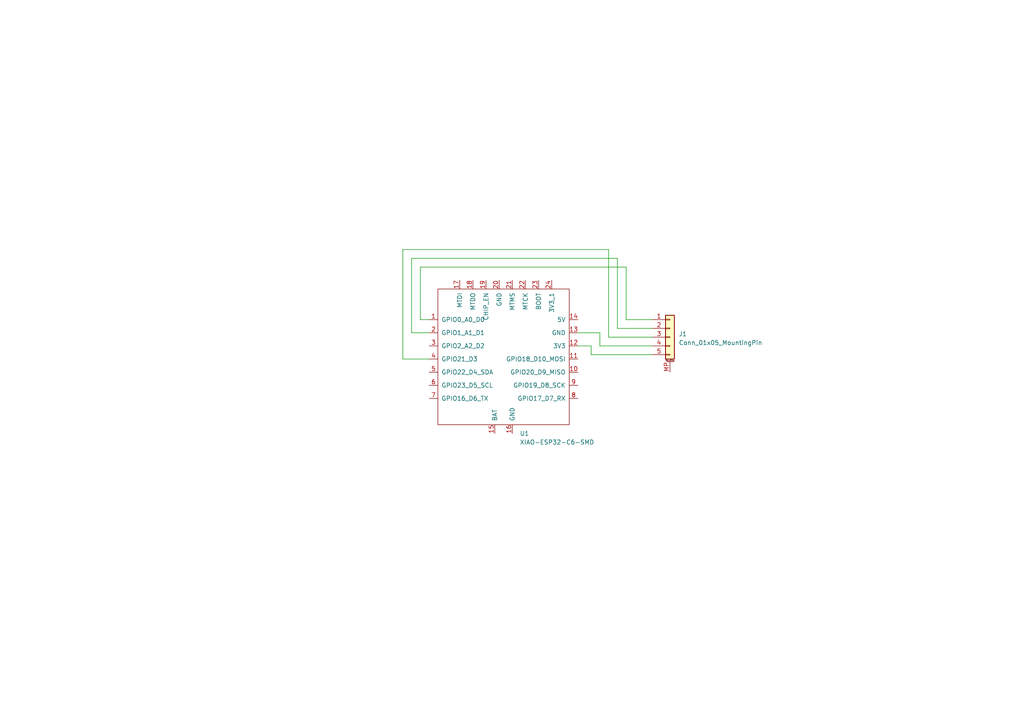
<source format=kicad_sch>
(kicad_sch (version 20250114) (generator "eeschema") (generator_version "9.0")
  (paper "A4")
  (lib_symbols
    (symbol "Connector_Generic_MountingPin:Conn_01x05_MountingPin" (pin_names (offset 1.016) (hide yes))
      (property "Reference" "J" (at 0 7.62 0))
      (property "Value" "Conn_01x05_MountingPin" (at 1.27 -7.62 0))
      (symbol "Conn_01x05_MountingPin_1_1"
        (rectangle (start -1.27 6.35) (end 1.27 -6.35) (stroke (width 0.254)) (fill (type background)))
        (rectangle (start -1.27 5.207) (end 0 4.953) (stroke (width 0.1524)))
        (rectangle (start -1.27 2.667) (end 0 2.413) (stroke (width 0.1524)))
        (rectangle (start -1.27 0.127) (end 0 -0.127) (stroke (width 0.1524)))
        (rectangle (start -1.27 -2.413) (end 0 -2.667) (stroke (width 0.1524)))
        (rectangle (start -1.27 -4.953) (end 0 -5.207) (stroke (width 0.1524)))
        (polyline (pts (xy -1.016 -7.112) (xy 1.016 -7.112)) (stroke (width 0.1524)))
        (text "Mounting" (at 0 -6.731 0) (effects (font (size 0.381 0.381))))
        (pin passive line (at -5.08 5.08 0) (length 3.81) (name "Pin_1") (number "1"))
        (pin passive line (at -5.08 2.54 0) (length 3.81) (name "Pin_2") (number "2"))
        (pin passive line (at -5.08 0 0) (length 3.81) (name "Pin_3") (number "3"))
        (pin passive line (at -5.08 -2.54 0) (length 3.81) (name "Pin_4") (number "4"))
        (pin passive line (at -5.08 -5.08 0) (length 3.81) (name "Pin_5") (number "5"))
        (pin passive line (at 0 -10.16 90) (length 3.048) (name "MountPin") (number "MP"))
      )
    )
    (symbol "Seeed_Studio_XIAO_Series:XIAO-ESP32-C6-SMD" (pin_names (offset 1.016))
      (property "Reference" "U" (at -18.542 23.114 0))
      (property "Value" "XIAO-ESP32-S3-SMD" (at -8.382 21.336 0))
      (symbol "XIAO-ESP32-C6-SMD_0_1"
        (rectangle (start 19.05 -19.05) (end -19.05 20.32))
      )
      (symbol "XIAO-ESP32-C6-SMD_1_1"
        (pin passive line (at -21.59 11.43 0) (length 2.54) (name "GPIO0_A0_D0") (number "1"))
        (pin passive line (at -21.59 7.62 0) (length 2.54) (name "GPIO1_A1_D1") (number "2"))
        (pin passive line (at -21.59 3.81 0) (length 2.54) (name "GPIO2_A2_D2") (number "3"))
        (pin passive line (at -21.59 0 0) (length 2.54) (name "GPIO21_D3") (number "4"))
        (pin passive line (at -21.59 -3.81 0) (length 2.54) (name "GPIO22_D4_SDA") (number "5"))
        (pin passive line (at -21.59 -7.62 0) (length 2.54) (name "GPIO23_D5_SCL") (number "6"))
        (pin passive line (at -21.59 -11.43 0) (length 2.54) (name "GPIO16_D6_TX") (number "7"))
        (pin passive line (at -12.7 22.86 270) (length 2.54) (name "MTDI") (number "17"))
        (pin passive line (at -8.89 22.86 270) (length 2.54) (name "MTDO") (number "18"))
        (pin passive line (at -5.08 22.86 270) (length 2.54) (name "CHIP_EN") (number "19"))
        (pin passive line (at -2.54 -21.59 90) (length 2.54) (name "BAT") (number "15"))
        (pin passive line (at -1.27 22.86 270) (length 2.54) (name "GND") (number "20"))
        (pin passive line (at 2.54 22.86 270) (length 2.54) (name "MTMS") (number "21"))
        (pin passive line (at 2.54 -21.59 90) (length 2.54) (name "GND") (number "16"))
        (pin passive line (at 6.35 22.86 270) (length 2.54) (name "MTCK") (number "22"))
        (pin passive line (at 10.16 22.86 270) (length 2.54) (name "BOOT") (number "23"))
        (pin passive line (at 13.97 22.86 270) (length 2.54) (name "3V3_1") (number "24"))
        (pin passive line (at 21.59 11.43 180) (length 2.54) (name "5V") (number "14"))
        (pin passive line (at 21.59 7.62 180) (length 2.54) (name "GND") (number "13"))
        (pin passive line (at 21.59 3.81 180) (length 2.54) (name "3V3") (number "12"))
        (pin passive line (at 21.59 0 180) (length 2.54) (name "GPIO18_D10_MOSI") (number "11"))
        (pin passive line (at 21.59 -3.81 180) (length 2.54) (name "GPIO20_D9_MISO") (number "10"))
        (pin passive line (at 21.59 -7.62 180) (length 2.54) (name "GPIO19_D8_SCK") (number "9"))
        (pin passive line (at 21.59 -11.43 180) (length 2.54) (name "GPIO17_D7_RX") (number "8"))
      )
    )
  )
  (wire (pts (xy 124.46 96.52) (xy 119.38 96.52)))
  (wire (pts (xy 116.84 104.14) (xy 116.84 72.39)))
  (wire (pts (xy 171.45 102.87) (xy 189.23 102.87)))
  (wire (pts (xy 173.99 100.33) (xy 173.99 96.52)))
  (wire (pts (xy 116.84 72.39) (xy 176.53 72.39)))
  (wire (pts (xy 173.99 100.33) (xy 189.23 100.33)))
  (wire (pts (xy 121.92 92.71) (xy 121.92 77.47)))
  (wire (pts (xy 179.07 74.93) (xy 179.07 95.25)))
  (wire (pts (xy 124.46 92.71) (xy 121.92 92.71)))
  (wire (pts (xy 167.64 100.33) (xy 171.45 100.33)))
  (wire (pts (xy 119.38 74.93) (xy 179.07 74.93)))
  (wire (pts (xy 124.46 104.14) (xy 116.84 104.14)))
  (wire (pts (xy 181.61 77.47) (xy 181.61 92.71)))
  (wire (pts (xy 176.53 97.79) (xy 189.23 97.79)))
  (wire (pts (xy 176.53 72.39) (xy 176.53 97.79)))
  (wire (pts (xy 167.64 96.52) (xy 173.99 96.52)))
  (wire (pts (xy 179.07 95.25) (xy 189.23 95.25)))
  (wire (pts (xy 181.61 92.71) (xy 189.23 92.71)))
  (wire (pts (xy 121.92 77.47) (xy 181.61 77.47)))
  (wire (pts (xy 171.45 102.87) (xy 171.45 100.33)))
  (wire (pts (xy 119.38 96.52) (xy 119.38 74.93)))
  (symbol (lib_id "Connector_Generic_MountingPin:Conn_01x05_MountingPin") (at 194.31 97.79 0) (unit 1)
    (property "Reference" "J1" (at 196.85 96.8755 0) (effects (justify left)))
    (property "Value" "Conn_01x05_MountingPin" (at 196.85 99.4155 0) (effects (justify left)))
    (property "Footprint" "Connector_JST:JST_GH_SM05B-GHS-TB_1x05-1MP_P1.25mm_Horizontal" (effects (hide yes)))
    (property "Description" "Generic connectable mounting pin connector, single row, 01x05, script generated (kicad-library-utils/schlib/autogen/connector/)" (effects (hide yes)))
  )
  (symbol (lib_id "Seeed_Studio_XIAO_Series:XIAO-ESP32-C6-SMD") (at 146.05 104.14 0) (unit 1)
    (property "Reference" "U1" (at 150.7333 125.73 0) (effects (justify left)))
    (property "Value" "XIAO-ESP32-C6-SMD" (at 150.7333 128.27 0) (effects (justify left)))
    (property "Footprint" "XIAO-ESP32-C6_v1.0_SCH&PCB_24028:XIAO-ESP32C6-SMD" (effects (hide yes)))
  )
)
</source>
